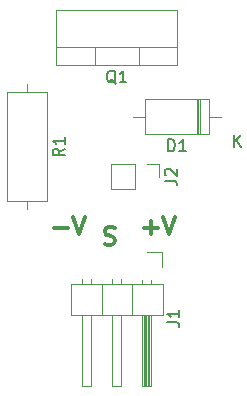
<source format=gbr>
%TF.GenerationSoftware,KiCad,Pcbnew,7.0.1*%
%TF.CreationDate,2023-04-05T13:19:19-06:00*%
%TF.ProjectId,solenoid_driver,736f6c65-6e6f-4696-945f-647269766572,rev?*%
%TF.SameCoordinates,Original*%
%TF.FileFunction,Legend,Top*%
%TF.FilePolarity,Positive*%
%FSLAX46Y46*%
G04 Gerber Fmt 4.6, Leading zero omitted, Abs format (unit mm)*
G04 Created by KiCad (PCBNEW 7.0.1) date 2023-04-05 13:19:19*
%MOMM*%
%LPD*%
G01*
G04 APERTURE LIST*
%ADD10C,0.300000*%
%ADD11C,0.150000*%
%ADD12C,0.120000*%
G04 APERTURE END LIST*
D10*
X152257142Y-94836428D02*
X151757142Y-96336428D01*
X151757142Y-96336428D02*
X151257142Y-94836428D01*
X150757143Y-95765000D02*
X149614286Y-95765000D01*
X150185714Y-96336428D02*
X150185714Y-95193571D01*
X144637142Y-94836428D02*
X144137142Y-96336428D01*
X144137142Y-96336428D02*
X143637142Y-94836428D01*
X143137143Y-95765000D02*
X141994286Y-95765000D01*
X146285714Y-97142500D02*
X146500000Y-97213928D01*
X146500000Y-97213928D02*
X146857142Y-97213928D01*
X146857142Y-97213928D02*
X147000000Y-97142500D01*
X147000000Y-97142500D02*
X147071428Y-97071071D01*
X147071428Y-97071071D02*
X147142857Y-96928214D01*
X147142857Y-96928214D02*
X147142857Y-96785357D01*
X147142857Y-96785357D02*
X147071428Y-96642500D01*
X147071428Y-96642500D02*
X147000000Y-96571071D01*
X147000000Y-96571071D02*
X146857142Y-96499642D01*
X146857142Y-96499642D02*
X146571428Y-96428214D01*
X146571428Y-96428214D02*
X146428571Y-96356785D01*
X146428571Y-96356785D02*
X146357142Y-96285357D01*
X146357142Y-96285357D02*
X146285714Y-96142500D01*
X146285714Y-96142500D02*
X146285714Y-95999642D01*
X146285714Y-95999642D02*
X146357142Y-95856785D01*
X146357142Y-95856785D02*
X146428571Y-95785357D01*
X146428571Y-95785357D02*
X146571428Y-95713928D01*
X146571428Y-95713928D02*
X146928571Y-95713928D01*
X146928571Y-95713928D02*
X147142857Y-95785357D01*
D11*
%TO.C,J2*%
X151382619Y-91773333D02*
X152096904Y-91773333D01*
X152096904Y-91773333D02*
X152239761Y-91820952D01*
X152239761Y-91820952D02*
X152335000Y-91916190D01*
X152335000Y-91916190D02*
X152382619Y-92059047D01*
X152382619Y-92059047D02*
X152382619Y-92154285D01*
X151477857Y-91344761D02*
X151430238Y-91297142D01*
X151430238Y-91297142D02*
X151382619Y-91201904D01*
X151382619Y-91201904D02*
X151382619Y-90963809D01*
X151382619Y-90963809D02*
X151430238Y-90868571D01*
X151430238Y-90868571D02*
X151477857Y-90820952D01*
X151477857Y-90820952D02*
X151573095Y-90773333D01*
X151573095Y-90773333D02*
X151668333Y-90773333D01*
X151668333Y-90773333D02*
X151811190Y-90820952D01*
X151811190Y-90820952D02*
X152382619Y-91392380D01*
X152382619Y-91392380D02*
X152382619Y-90773333D01*
%TO.C,R1*%
X142882619Y-89066666D02*
X142406428Y-89399999D01*
X142882619Y-89638094D02*
X141882619Y-89638094D01*
X141882619Y-89638094D02*
X141882619Y-89257142D01*
X141882619Y-89257142D02*
X141930238Y-89161904D01*
X141930238Y-89161904D02*
X141977857Y-89114285D01*
X141977857Y-89114285D02*
X142073095Y-89066666D01*
X142073095Y-89066666D02*
X142215952Y-89066666D01*
X142215952Y-89066666D02*
X142311190Y-89114285D01*
X142311190Y-89114285D02*
X142358809Y-89161904D01*
X142358809Y-89161904D02*
X142406428Y-89257142D01*
X142406428Y-89257142D02*
X142406428Y-89638094D01*
X142882619Y-88114285D02*
X142882619Y-88685713D01*
X142882619Y-88399999D02*
X141882619Y-88399999D01*
X141882619Y-88399999D02*
X142025476Y-88495237D01*
X142025476Y-88495237D02*
X142120714Y-88590475D01*
X142120714Y-88590475D02*
X142168333Y-88685713D01*
%TO.C,Q1*%
X147224761Y-83567857D02*
X147129523Y-83520238D01*
X147129523Y-83520238D02*
X147034285Y-83425000D01*
X147034285Y-83425000D02*
X146891428Y-83282142D01*
X146891428Y-83282142D02*
X146796190Y-83234523D01*
X146796190Y-83234523D02*
X146700952Y-83234523D01*
X146748571Y-83472619D02*
X146653333Y-83425000D01*
X146653333Y-83425000D02*
X146558095Y-83329761D01*
X146558095Y-83329761D02*
X146510476Y-83139285D01*
X146510476Y-83139285D02*
X146510476Y-82805952D01*
X146510476Y-82805952D02*
X146558095Y-82615476D01*
X146558095Y-82615476D02*
X146653333Y-82520238D01*
X146653333Y-82520238D02*
X146748571Y-82472619D01*
X146748571Y-82472619D02*
X146939047Y-82472619D01*
X146939047Y-82472619D02*
X147034285Y-82520238D01*
X147034285Y-82520238D02*
X147129523Y-82615476D01*
X147129523Y-82615476D02*
X147177142Y-82805952D01*
X147177142Y-82805952D02*
X147177142Y-83139285D01*
X147177142Y-83139285D02*
X147129523Y-83329761D01*
X147129523Y-83329761D02*
X147034285Y-83425000D01*
X147034285Y-83425000D02*
X146939047Y-83472619D01*
X146939047Y-83472619D02*
X146748571Y-83472619D01*
X148129523Y-83472619D02*
X147558095Y-83472619D01*
X147843809Y-83472619D02*
X147843809Y-82472619D01*
X147843809Y-82472619D02*
X147748571Y-82615476D01*
X147748571Y-82615476D02*
X147653333Y-82710714D01*
X147653333Y-82710714D02*
X147558095Y-82758333D01*
%TO.C,J1*%
X151592619Y-103778333D02*
X152306904Y-103778333D01*
X152306904Y-103778333D02*
X152449761Y-103825952D01*
X152449761Y-103825952D02*
X152545000Y-103921190D01*
X152545000Y-103921190D02*
X152592619Y-104064047D01*
X152592619Y-104064047D02*
X152592619Y-104159285D01*
X152592619Y-102778333D02*
X152592619Y-103349761D01*
X152592619Y-103064047D02*
X151592619Y-103064047D01*
X151592619Y-103064047D02*
X151735476Y-103159285D01*
X151735476Y-103159285D02*
X151830714Y-103254523D01*
X151830714Y-103254523D02*
X151878333Y-103349761D01*
%TO.C,D1*%
X151661905Y-89292619D02*
X151661905Y-88292619D01*
X151661905Y-88292619D02*
X151900000Y-88292619D01*
X151900000Y-88292619D02*
X152042857Y-88340238D01*
X152042857Y-88340238D02*
X152138095Y-88435476D01*
X152138095Y-88435476D02*
X152185714Y-88530714D01*
X152185714Y-88530714D02*
X152233333Y-88721190D01*
X152233333Y-88721190D02*
X152233333Y-88864047D01*
X152233333Y-88864047D02*
X152185714Y-89054523D01*
X152185714Y-89054523D02*
X152138095Y-89149761D01*
X152138095Y-89149761D02*
X152042857Y-89245000D01*
X152042857Y-89245000D02*
X151900000Y-89292619D01*
X151900000Y-89292619D02*
X151661905Y-89292619D01*
X153185714Y-89292619D02*
X152614286Y-89292619D01*
X152900000Y-89292619D02*
X152900000Y-88292619D01*
X152900000Y-88292619D02*
X152804762Y-88435476D01*
X152804762Y-88435476D02*
X152709524Y-88530714D01*
X152709524Y-88530714D02*
X152614286Y-88578333D01*
X157218095Y-88922619D02*
X157218095Y-87922619D01*
X157789523Y-88922619D02*
X157360952Y-88351190D01*
X157789523Y-87922619D02*
X157218095Y-88494047D01*
D12*
%TO.C,J2*%
X148860000Y-92500000D02*
X146800000Y-92500000D01*
X149860000Y-90380000D02*
X150920000Y-90380000D01*
X150920000Y-90380000D02*
X150920000Y-91440000D01*
X148860000Y-90380000D02*
X148860000Y-92500000D01*
X146800000Y-90380000D02*
X146800000Y-92500000D01*
X148860000Y-90380000D02*
X146800000Y-90380000D01*
%TO.C,R1*%
X141420000Y-84280000D02*
X137980000Y-84280000D01*
X139700000Y-83590000D02*
X139700000Y-84280000D01*
X139700000Y-94210000D02*
X139700000Y-93520000D01*
X137980000Y-93520000D02*
X141420000Y-93520000D01*
X137980000Y-84280000D02*
X137980000Y-93520000D01*
X141420000Y-93520000D02*
X141420000Y-84280000D01*
%TO.C,Q1*%
X152440000Y-82010000D02*
X142200000Y-82010000D01*
X149170000Y-82010000D02*
X149170000Y-80500000D01*
X145469000Y-82010000D02*
X145469000Y-80500000D01*
X152440000Y-82010000D02*
X152440000Y-77369000D01*
X152440000Y-77369000D02*
X142200000Y-77369000D01*
X142200000Y-82010000D02*
X142200000Y-77369000D01*
X152440000Y-80500000D02*
X142200000Y-80500000D01*
%TO.C,J1*%
X150060000Y-103160000D02*
X150060000Y-109160000D01*
X150240000Y-100170000D02*
X150240000Y-100500000D01*
X146940000Y-109160000D02*
X146940000Y-103160000D01*
X145160000Y-100102929D02*
X145160000Y-100500000D01*
X149820000Y-103160000D02*
X149820000Y-109160000D01*
X150240000Y-103160000D02*
X150240000Y-109160000D01*
X143450000Y-103160000D02*
X151190000Y-103160000D01*
X147700000Y-109160000D02*
X146940000Y-109160000D01*
X149480000Y-100170000D02*
X149480000Y-100500000D01*
X147700000Y-103160000D02*
X147700000Y-109160000D01*
X145160000Y-103160000D02*
X145160000Y-109160000D01*
X150240000Y-109160000D02*
X149480000Y-109160000D01*
X151190000Y-103160000D02*
X151190000Y-100500000D01*
X145160000Y-109160000D02*
X144400000Y-109160000D01*
X147700000Y-100102929D02*
X147700000Y-100500000D01*
X149580000Y-103160000D02*
X149580000Y-109160000D01*
X149860000Y-97790000D02*
X151130000Y-97790000D01*
X144400000Y-100102929D02*
X144400000Y-100500000D01*
X151190000Y-100500000D02*
X143450000Y-100500000D01*
X149940000Y-103160000D02*
X149940000Y-109160000D01*
X146050000Y-100500000D02*
X146050000Y-103160000D01*
X150180000Y-103160000D02*
X150180000Y-109160000D01*
X144400000Y-109160000D02*
X144400000Y-103160000D01*
X151130000Y-97790000D02*
X151130000Y-99060000D01*
X149480000Y-109160000D02*
X149480000Y-103160000D01*
X148590000Y-100500000D02*
X148590000Y-103160000D01*
X149700000Y-103160000D02*
X149700000Y-109160000D01*
X146940000Y-100102929D02*
X146940000Y-100500000D01*
X143450000Y-100500000D02*
X143450000Y-103160000D01*
%TO.C,D1*%
X154220000Y-87830000D02*
X154220000Y-84890000D01*
X154100000Y-87830000D02*
X154100000Y-84890000D01*
X155120000Y-84890000D02*
X149680000Y-84890000D01*
X148660000Y-86360000D02*
X149680000Y-86360000D01*
X155120000Y-87830000D02*
X155120000Y-84890000D01*
X154340000Y-87830000D02*
X154340000Y-84890000D01*
X149680000Y-84890000D02*
X149680000Y-87830000D01*
X156140000Y-86360000D02*
X155120000Y-86360000D01*
X149680000Y-87830000D02*
X155120000Y-87830000D01*
%TD*%
M02*

</source>
